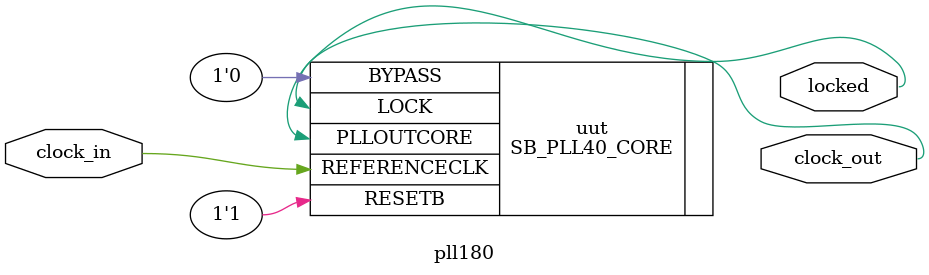
<source format=v>
/**
 * PLL configuration
 *
 * This Verilog module was generated automatically
 * using the icepll tool from the IceStorm project.
 * Use at your own risk.
 *
 * Given input frequency:        12.000 MHz
 * Requested output frequency:  180.000 MHz
 * Achieved output frequency:   180.000 MHz
 */

module pll180(
	input  clock_in,
	output clock_out,
	output locked
	);

SB_PLL40_CORE #(
		.FEEDBACK_PATH("SIMPLE"),
		.DIVR(4'b0000),		// DIVR =  0
		.DIVF(7'b0111011),	// DIVF = 59
		.DIVQ(3'b010),		// DIVQ =  2
		.FILTER_RANGE(3'b001)	// FILTER_RANGE = 1
	) uut (
		.LOCK(locked),
		.RESETB(1'b1),
		.BYPASS(1'b0),
		.REFERENCECLK(clock_in),
		.PLLOUTCORE(clock_out)
		);

endmodule

</source>
